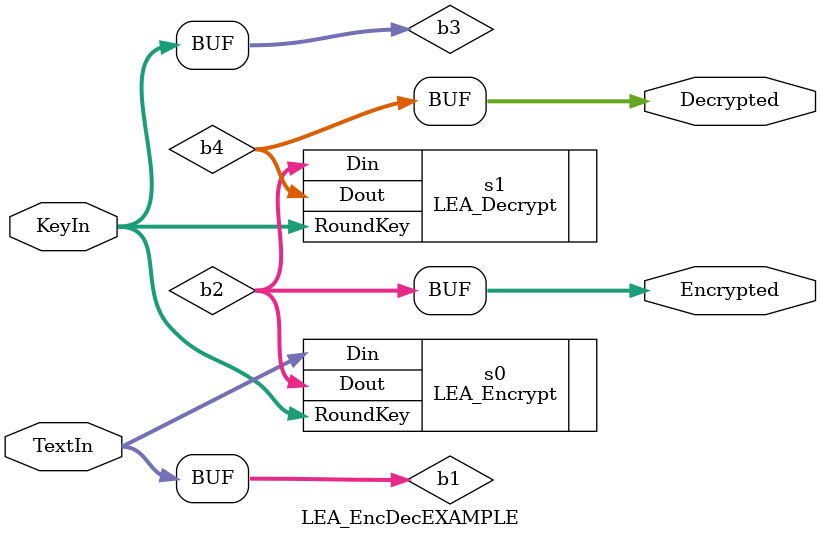
<source format=v>
module LEA_EncDecEXAMPLE(KeyIn,TextIn,Encrypted,Decrypted);

input [191:0] KeyIn;
input [127:0] TextIn;
output [127:0] Encrypted;
output [127:0] Decrypted;

wire [127:0] b1;
wire [191:0] b3;
wire [127:0] b2;
wire [127:0] b4;

assign b3 = KeyIn;
assign b1 = TextIn;
assign Encrypted = b2;
assign Decrypted = b4;

LEA_Encrypt
     s0 (
      .Din(b1),
      .RoundKey(b3),
      .Dout(b2));

LEA_Decrypt
     s1 (
      .RoundKey(b3),
      .Din(b2),
      .Dout(b4));

endmodule


</source>
